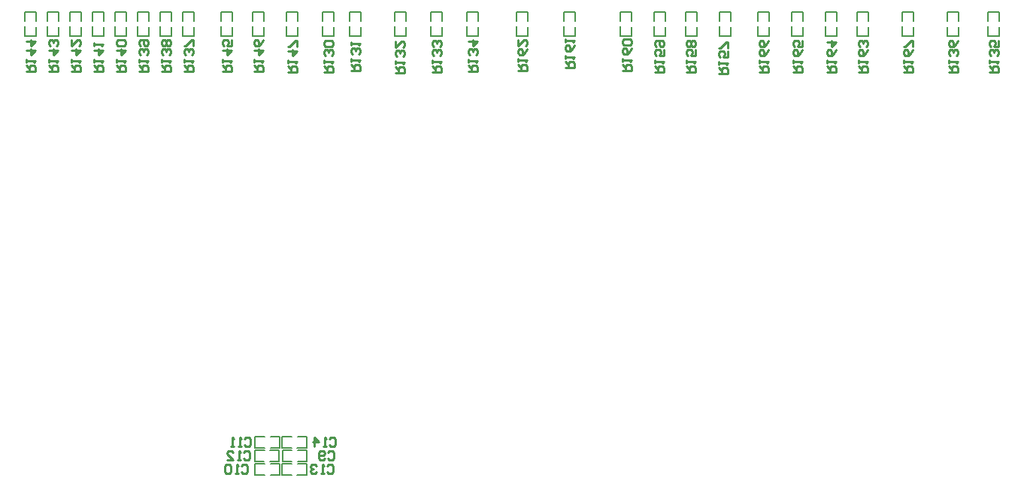
<source format=gbo>
G04*
G04 #@! TF.GenerationSoftware,Altium Limited,Altium Designer,22.3.1 (43)*
G04*
G04 Layer_Color=32896*
%FSLAX25Y25*%
%MOIN*%
G70*
G04*
G04 #@! TF.SameCoordinates,D3354991-DD5C-4E6D-8F59-54D9BE61E837*
G04*
G04*
G04 #@! TF.FilePolarity,Positive*
G04*
G01*
G75*
%ADD11C,0.01000*%
%ADD13C,0.00500*%
D11*
X464001Y316002D02*
X467999D01*
Y318002D01*
X467333Y318668D01*
X466000D01*
X465334Y318002D01*
Y316002D01*
Y317335D02*
X464001Y318668D01*
Y320001D02*
Y321334D01*
Y320667D01*
X467999D01*
X467333Y320001D01*
X467999Y325999D02*
X467333Y324666D01*
X466000Y323333D01*
X464667D01*
X464001Y324000D01*
Y325333D01*
X464667Y325999D01*
X465334D01*
X466000Y325333D01*
Y323333D01*
X467999Y327332D02*
Y329998D01*
X467333D01*
X464667Y327332D01*
X464001D01*
X400001Y316002D02*
X403999D01*
Y318002D01*
X403333Y318668D01*
X402000D01*
X401334Y318002D01*
Y316002D01*
Y317335D02*
X400001Y318668D01*
Y320001D02*
Y321334D01*
Y320667D01*
X403999D01*
X403333Y320001D01*
X403999Y325999D02*
X403333Y324666D01*
X402000Y323333D01*
X400667D01*
X400001Y324000D01*
Y325333D01*
X400667Y325999D01*
X401334D01*
X402000Y325333D01*
Y323333D01*
X403999Y329998D02*
X403333Y328665D01*
X402000Y327332D01*
X400667D01*
X400001Y327998D01*
Y329331D01*
X400667Y329998D01*
X401334D01*
X402000Y329331D01*
Y327332D01*
X415001Y316002D02*
X418999D01*
Y318002D01*
X418333Y318668D01*
X417000D01*
X416333Y318002D01*
Y316002D01*
Y317335D02*
X415001Y318668D01*
Y320001D02*
Y321334D01*
Y320667D01*
X418999D01*
X418333Y320001D01*
X418999Y325999D02*
X418333Y324666D01*
X417000Y323333D01*
X415667D01*
X415001Y324000D01*
Y325333D01*
X415667Y325999D01*
X416333D01*
X417000Y325333D01*
Y323333D01*
X418999Y329998D02*
Y327332D01*
X417000D01*
X417666Y328665D01*
Y329331D01*
X417000Y329998D01*
X415667D01*
X415001Y329331D01*
Y327998D01*
X415667Y327332D01*
X430001Y316002D02*
X433999D01*
Y318002D01*
X433333Y318668D01*
X432000D01*
X431334Y318002D01*
Y316002D01*
Y317335D02*
X430001Y318668D01*
Y320001D02*
Y321334D01*
Y320667D01*
X433999D01*
X433333Y320001D01*
X433999Y325999D02*
X433333Y324666D01*
X432000Y323333D01*
X430667D01*
X430001Y324000D01*
Y325333D01*
X430667Y325999D01*
X431334D01*
X432000Y325333D01*
Y323333D01*
X430001Y329331D02*
X433999D01*
X432000Y327332D01*
Y329998D01*
X444001Y316002D02*
X447999D01*
Y318002D01*
X447333Y318668D01*
X446000D01*
X445333Y318002D01*
Y316002D01*
Y317335D02*
X444001Y318668D01*
Y320001D02*
Y321334D01*
Y320667D01*
X447999D01*
X447333Y320001D01*
X447999Y325999D02*
X447333Y324666D01*
X446000Y323333D01*
X444667D01*
X444001Y324000D01*
Y325333D01*
X444667Y325999D01*
X445333D01*
X446000Y325333D01*
Y323333D01*
X447333Y327332D02*
X447999Y327998D01*
Y329331D01*
X447333Y329998D01*
X446666D01*
X446000Y329331D01*
Y328665D01*
Y329331D01*
X445333Y329998D01*
X444667D01*
X444001Y329331D01*
Y327998D01*
X444667Y327332D01*
X293001Y316602D02*
X296999D01*
Y318602D01*
X296333Y319268D01*
X295000D01*
X294334Y318602D01*
Y316602D01*
Y317935D02*
X293001Y319268D01*
Y320601D02*
Y321934D01*
Y321267D01*
X296999D01*
X296333Y320601D01*
X296999Y326599D02*
X296333Y325266D01*
X295000Y323933D01*
X293667D01*
X293001Y324600D01*
Y325933D01*
X293667Y326599D01*
X294334D01*
X295000Y325933D01*
Y323933D01*
X293001Y330598D02*
Y327932D01*
X295666Y330598D01*
X296333D01*
X296999Y329931D01*
Y328598D01*
X296333Y327932D01*
X314201Y317969D02*
X318199D01*
Y319968D01*
X317533Y320635D01*
X316200D01*
X315533Y319968D01*
Y317969D01*
Y319302D02*
X314201Y320635D01*
Y321967D02*
Y323300D01*
Y322634D01*
X318199D01*
X317533Y321967D01*
X318199Y327965D02*
X317533Y326633D01*
X316200Y325300D01*
X314867D01*
X314201Y325966D01*
Y327299D01*
X314867Y327965D01*
X315533D01*
X316200Y327299D01*
Y325300D01*
X314201Y329298D02*
Y330631D01*
Y329965D01*
X318199D01*
X317533Y329298D01*
X339301Y316702D02*
X343299D01*
Y318702D01*
X342633Y319368D01*
X341300D01*
X340634Y318702D01*
Y316702D01*
Y318035D02*
X339301Y319368D01*
Y320701D02*
Y322034D01*
Y321367D01*
X343299D01*
X342633Y320701D01*
X343299Y326699D02*
X342633Y325366D01*
X341300Y324033D01*
X339967D01*
X339301Y324700D01*
Y326033D01*
X339967Y326699D01*
X340634D01*
X341300Y326033D01*
Y324033D01*
X342633Y328032D02*
X343299Y328698D01*
Y330031D01*
X342633Y330698D01*
X339967D01*
X339301Y330031D01*
Y328698D01*
X339967Y328032D01*
X342633D01*
X353901Y316202D02*
X357899D01*
Y318202D01*
X357233Y318868D01*
X355900D01*
X355234Y318202D01*
Y316202D01*
Y317535D02*
X353901Y318868D01*
Y320201D02*
Y321534D01*
Y320867D01*
X357899D01*
X357233Y320201D01*
X357899Y326199D02*
Y323533D01*
X355900D01*
X356566Y324866D01*
Y325533D01*
X355900Y326199D01*
X354567D01*
X353901Y325533D01*
Y324200D01*
X354567Y323533D01*
Y327532D02*
X353901Y328198D01*
Y329531D01*
X354567Y330198D01*
X357233D01*
X357899Y329531D01*
Y328198D01*
X357233Y327532D01*
X356566D01*
X355900Y328198D01*
Y330198D01*
X367901Y316102D02*
X371899D01*
Y318102D01*
X371233Y318768D01*
X369900D01*
X369233Y318102D01*
Y316102D01*
Y317435D02*
X367901Y318768D01*
Y320101D02*
Y321434D01*
Y320767D01*
X371899D01*
X371233Y320101D01*
X371899Y326099D02*
Y323433D01*
X369900D01*
X370566Y324766D01*
Y325433D01*
X369900Y326099D01*
X368567D01*
X367901Y325433D01*
Y324100D01*
X368567Y323433D01*
X371233Y327432D02*
X371899Y328098D01*
Y329431D01*
X371233Y330098D01*
X370566D01*
X369900Y329431D01*
X369233Y330098D01*
X368567D01*
X367901Y329431D01*
Y328098D01*
X368567Y327432D01*
X369233D01*
X369900Y328098D01*
X370566Y327432D01*
X371233D01*
X369900Y328098D02*
Y329431D01*
X382201Y315502D02*
X386199D01*
Y317502D01*
X385533Y318168D01*
X384200D01*
X383534Y317502D01*
Y315502D01*
Y316835D02*
X382201Y318168D01*
Y319501D02*
Y320834D01*
Y320167D01*
X386199D01*
X385533Y319501D01*
X386199Y325499D02*
Y322833D01*
X384200D01*
X384866Y324166D01*
Y324833D01*
X384200Y325499D01*
X382867D01*
X382201Y324833D01*
Y323500D01*
X382867Y322833D01*
X386199Y326832D02*
Y329498D01*
X385533D01*
X382867Y326832D01*
X382201D01*
X191001Y316002D02*
X194999D01*
Y318002D01*
X194333Y318668D01*
X193000D01*
X192333Y318002D01*
Y316002D01*
Y317335D02*
X191001Y318668D01*
Y320001D02*
Y321334D01*
Y320667D01*
X194999D01*
X194333Y320001D01*
X191001Y325333D02*
X194999D01*
X193000Y323333D01*
Y325999D01*
X194999Y327332D02*
Y329998D01*
X194333D01*
X191667Y327332D01*
X191001D01*
X176001Y316502D02*
X179999D01*
Y318502D01*
X179333Y319168D01*
X178000D01*
X177334Y318502D01*
Y316502D01*
Y317835D02*
X176001Y319168D01*
Y320501D02*
Y321834D01*
Y321167D01*
X179999D01*
X179333Y320501D01*
X176001Y325833D02*
X179999D01*
X178000Y323833D01*
Y326499D01*
X179999Y330498D02*
X179333Y329165D01*
X178000Y327832D01*
X176667D01*
X176001Y328498D01*
Y329831D01*
X176667Y330498D01*
X177334D01*
X178000Y329831D01*
Y327832D01*
X162001Y316502D02*
X165999D01*
Y318502D01*
X165333Y319168D01*
X164000D01*
X163334Y318502D01*
Y316502D01*
Y317835D02*
X162001Y319168D01*
Y320501D02*
Y321834D01*
Y321167D01*
X165999D01*
X165333Y320501D01*
X162001Y325833D02*
X165999D01*
X164000Y323833D01*
Y326499D01*
X165999Y330498D02*
Y327832D01*
X164000D01*
X164666Y329165D01*
Y329831D01*
X164000Y330498D01*
X162667D01*
X162001Y329831D01*
Y328498D01*
X162667Y327832D01*
X75001Y316402D02*
X78999D01*
Y318402D01*
X78333Y319068D01*
X77000D01*
X76334Y318402D01*
Y316402D01*
Y317735D02*
X75001Y319068D01*
Y320401D02*
Y321734D01*
Y321067D01*
X78999D01*
X78333Y320401D01*
X75001Y325733D02*
X78999D01*
X77000Y323733D01*
Y326399D01*
X75001Y329731D02*
X78999D01*
X77000Y327732D01*
Y330398D01*
X85001Y316402D02*
X88999D01*
Y318402D01*
X88333Y319068D01*
X87000D01*
X86334Y318402D01*
Y316402D01*
Y317735D02*
X85001Y319068D01*
Y320401D02*
Y321734D01*
Y321067D01*
X88999D01*
X88333Y320401D01*
X85001Y325733D02*
X88999D01*
X87000Y323733D01*
Y326399D01*
X88333Y327732D02*
X88999Y328398D01*
Y329731D01*
X88333Y330398D01*
X87666D01*
X87000Y329731D01*
Y329065D01*
Y329731D01*
X86334Y330398D01*
X85667D01*
X85001Y329731D01*
Y328398D01*
X85667Y327732D01*
X95001Y316402D02*
X98999D01*
Y318402D01*
X98333Y319068D01*
X97000D01*
X96334Y318402D01*
Y316402D01*
Y317735D02*
X95001Y319068D01*
Y320401D02*
Y321734D01*
Y321067D01*
X98999D01*
X98333Y320401D01*
X95001Y325733D02*
X98999D01*
X97000Y323733D01*
Y326399D01*
X95001Y330398D02*
Y327732D01*
X97666Y330398D01*
X98333D01*
X98999Y329731D01*
Y328398D01*
X98333Y327732D01*
X105001Y316402D02*
X108999D01*
Y318402D01*
X108333Y319068D01*
X107000D01*
X106333Y318402D01*
Y316402D01*
Y317735D02*
X105001Y319068D01*
Y320401D02*
Y321734D01*
Y321067D01*
X108999D01*
X108333Y320401D01*
X105001Y325733D02*
X108999D01*
X107000Y323733D01*
Y326399D01*
X105001Y327732D02*
Y329065D01*
Y328398D01*
X108999D01*
X108333Y327732D01*
X115001Y316402D02*
X118999D01*
Y318402D01*
X118333Y319068D01*
X117000D01*
X116333Y318402D01*
Y316402D01*
Y317735D02*
X115001Y319068D01*
Y320401D02*
Y321734D01*
Y321067D01*
X118999D01*
X118333Y320401D01*
X115001Y325733D02*
X118999D01*
X117000Y323733D01*
Y326399D01*
X118333Y327732D02*
X118999Y328398D01*
Y329731D01*
X118333Y330398D01*
X115667D01*
X115001Y329731D01*
Y328398D01*
X115667Y327732D01*
X118333D01*
X125001Y316402D02*
X128999D01*
Y318402D01*
X128333Y319068D01*
X127000D01*
X126333Y318402D01*
Y316402D01*
Y317735D02*
X125001Y319068D01*
Y320401D02*
Y321734D01*
Y321067D01*
X128999D01*
X128333Y320401D01*
Y323733D02*
X128999Y324400D01*
Y325733D01*
X128333Y326399D01*
X127666D01*
X127000Y325733D01*
Y325066D01*
Y325733D01*
X126333Y326399D01*
X125667D01*
X125001Y325733D01*
Y324400D01*
X125667Y323733D01*
Y327732D02*
X125001Y328398D01*
Y329731D01*
X125667Y330398D01*
X128333D01*
X128999Y329731D01*
Y328398D01*
X128333Y327732D01*
X127666D01*
X127000Y328398D01*
Y330398D01*
X135001Y316402D02*
X138999D01*
Y318402D01*
X138333Y319068D01*
X137000D01*
X136334Y318402D01*
Y316402D01*
Y317735D02*
X135001Y319068D01*
Y320401D02*
Y321734D01*
Y321067D01*
X138999D01*
X138333Y320401D01*
Y323733D02*
X138999Y324400D01*
Y325733D01*
X138333Y326399D01*
X137666D01*
X137000Y325733D01*
Y325066D01*
Y325733D01*
X136334Y326399D01*
X135667D01*
X135001Y325733D01*
Y324400D01*
X135667Y323733D01*
X138333Y327732D02*
X138999Y328398D01*
Y329731D01*
X138333Y330398D01*
X137666D01*
X137000Y329731D01*
X136334Y330398D01*
X135667D01*
X135001Y329731D01*
Y328398D01*
X135667Y327732D01*
X136334D01*
X137000Y328398D01*
X137666Y327732D01*
X138333D01*
X137000Y328398D02*
Y329731D01*
X145001Y316402D02*
X148999D01*
Y318402D01*
X148333Y319068D01*
X147000D01*
X146334Y318402D01*
Y316402D01*
Y317735D02*
X145001Y319068D01*
Y320401D02*
Y321734D01*
Y321067D01*
X148999D01*
X148333Y320401D01*
Y323733D02*
X148999Y324400D01*
Y325733D01*
X148333Y326399D01*
X147667D01*
X147000Y325733D01*
Y325066D01*
Y325733D01*
X146334Y326399D01*
X145667D01*
X145001Y325733D01*
Y324400D01*
X145667Y323733D01*
X148999Y327732D02*
Y330398D01*
X148333D01*
X145667Y327732D01*
X145001D01*
X484001Y316002D02*
X487999D01*
Y318002D01*
X487333Y318668D01*
X486000D01*
X485333Y318002D01*
Y316002D01*
Y317335D02*
X484001Y318668D01*
Y320001D02*
Y321334D01*
Y320667D01*
X487999D01*
X487333Y320001D01*
Y323333D02*
X487999Y324000D01*
Y325333D01*
X487333Y325999D01*
X486666D01*
X486000Y325333D01*
Y324666D01*
Y325333D01*
X485333Y325999D01*
X484667D01*
X484001Y325333D01*
Y324000D01*
X484667Y323333D01*
X487999Y329998D02*
X487333Y328665D01*
X486000Y327332D01*
X484667D01*
X484001Y327998D01*
Y329331D01*
X484667Y329998D01*
X485333D01*
X486000Y329331D01*
Y327332D01*
X502001Y316002D02*
X505999D01*
Y318002D01*
X505333Y318668D01*
X504000D01*
X503334Y318002D01*
Y316002D01*
Y317335D02*
X502001Y318668D01*
Y320001D02*
Y321334D01*
Y320667D01*
X505999D01*
X505333Y320001D01*
Y323333D02*
X505999Y324000D01*
Y325333D01*
X505333Y325999D01*
X504666D01*
X504000Y325333D01*
Y324666D01*
Y325333D01*
X503334Y325999D01*
X502667D01*
X502001Y325333D01*
Y324000D01*
X502667Y323333D01*
X505999Y329998D02*
Y327332D01*
X504000D01*
X504666Y328665D01*
Y329331D01*
X504000Y329998D01*
X502667D01*
X502001Y329331D01*
Y327998D01*
X502667Y327332D01*
X271001Y316502D02*
X274999D01*
Y318502D01*
X274333Y319168D01*
X273000D01*
X272334Y318502D01*
Y316502D01*
Y317835D02*
X271001Y319168D01*
Y320501D02*
Y321834D01*
Y321167D01*
X274999D01*
X274333Y320501D01*
Y323833D02*
X274999Y324500D01*
Y325833D01*
X274333Y326499D01*
X273666D01*
X273000Y325833D01*
Y325166D01*
Y325833D01*
X272334Y326499D01*
X271667D01*
X271001Y325833D01*
Y324500D01*
X271667Y323833D01*
X271001Y329831D02*
X274999D01*
X273000Y327832D01*
Y330498D01*
X255001Y316102D02*
X258999D01*
Y318102D01*
X258333Y318768D01*
X257000D01*
X256334Y318102D01*
Y316102D01*
Y317435D02*
X255001Y318768D01*
Y320101D02*
Y321434D01*
Y320767D01*
X258999D01*
X258333Y320101D01*
Y323433D02*
X258999Y324100D01*
Y325433D01*
X258333Y326099D01*
X257666D01*
X257000Y325433D01*
Y324766D01*
Y325433D01*
X256334Y326099D01*
X255667D01*
X255001Y325433D01*
Y324100D01*
X255667Y323433D01*
X258333Y327432D02*
X258999Y328098D01*
Y329431D01*
X258333Y330098D01*
X257666D01*
X257000Y329431D01*
Y328765D01*
Y329431D01*
X256334Y330098D01*
X255667D01*
X255001Y329431D01*
Y328098D01*
X255667Y327432D01*
X238801Y315802D02*
X242799D01*
Y317802D01*
X242133Y318468D01*
X240800D01*
X240134Y317802D01*
Y315802D01*
Y317135D02*
X238801Y318468D01*
Y319801D02*
Y321134D01*
Y320467D01*
X242799D01*
X242133Y319801D01*
Y323133D02*
X242799Y323800D01*
Y325133D01*
X242133Y325799D01*
X241466D01*
X240800Y325133D01*
Y324466D01*
Y325133D01*
X240134Y325799D01*
X239467D01*
X238801Y325133D01*
Y323800D01*
X239467Y323133D01*
X238801Y329798D02*
Y327132D01*
X241466Y329798D01*
X242133D01*
X242799Y329131D01*
Y327798D01*
X242133Y327132D01*
X219001Y316669D02*
X222999D01*
Y318668D01*
X222333Y319335D01*
X221000D01*
X220334Y318668D01*
Y316669D01*
Y318002D02*
X219001Y319335D01*
Y320667D02*
Y322000D01*
Y321334D01*
X222999D01*
X222333Y320667D01*
Y324000D02*
X222999Y324666D01*
Y325999D01*
X222333Y326665D01*
X221666D01*
X221000Y325999D01*
Y325333D01*
Y325999D01*
X220334Y326665D01*
X219667D01*
X219001Y325999D01*
Y324666D01*
X219667Y324000D01*
X219001Y327998D02*
Y329331D01*
Y328665D01*
X222999D01*
X222333Y327998D01*
X207001Y316002D02*
X210999D01*
Y318002D01*
X210333Y318668D01*
X209000D01*
X208333Y318002D01*
Y316002D01*
Y317335D02*
X207001Y318668D01*
Y320001D02*
Y321334D01*
Y320667D01*
X210999D01*
X210333Y320001D01*
Y323333D02*
X210999Y324000D01*
Y325333D01*
X210333Y325999D01*
X209666D01*
X209000Y325333D01*
Y324666D01*
Y325333D01*
X208333Y325999D01*
X207667D01*
X207001Y325333D01*
Y324000D01*
X207667Y323333D01*
X210333Y327332D02*
X210999Y327998D01*
Y329331D01*
X210333Y329998D01*
X207667D01*
X207001Y329331D01*
Y327998D01*
X207667Y327332D01*
X210333D01*
X209333Y153333D02*
X209999Y153999D01*
X211332D01*
X211998Y153333D01*
Y150667D01*
X211332Y150001D01*
X209999D01*
X209333Y150667D01*
X208000Y150001D02*
X206667D01*
X207333D01*
Y153999D01*
X208000Y153333D01*
X202668Y150001D02*
Y153999D01*
X204667Y152000D01*
X202002D01*
X208333Y141333D02*
X208999Y141999D01*
X210332D01*
X210998Y141333D01*
Y138667D01*
X210332Y138001D01*
X208999D01*
X208333Y138667D01*
X207000Y138001D02*
X205667D01*
X206333D01*
Y141999D01*
X207000Y141333D01*
X203667D02*
X203001Y141999D01*
X201668D01*
X201002Y141333D01*
Y140666D01*
X201668Y140000D01*
X202334D01*
X201668D01*
X201002Y139333D01*
Y138667D01*
X201668Y138001D01*
X203001D01*
X203667Y138667D01*
X171333Y147333D02*
X171999Y147999D01*
X173332D01*
X173998Y147333D01*
Y144667D01*
X173332Y144001D01*
X171999D01*
X171333Y144667D01*
X170000Y144001D02*
X168667D01*
X169333D01*
Y147999D01*
X170000Y147333D01*
X164002Y144001D02*
X166667D01*
X164002Y146667D01*
Y147333D01*
X164668Y147999D01*
X166001D01*
X166667Y147333D01*
X171666Y153333D02*
X172333Y153999D01*
X173665D01*
X174332Y153333D01*
Y150667D01*
X173665Y150001D01*
X172333D01*
X171666Y150667D01*
X170333Y150001D02*
X169000D01*
X169667D01*
Y153999D01*
X170333Y153333D01*
X167001Y150001D02*
X165668D01*
X166334D01*
Y153999D01*
X167001Y153333D01*
X170333Y141333D02*
X170999Y141999D01*
X172332D01*
X172998Y141333D01*
Y138667D01*
X172332Y138001D01*
X170999D01*
X170333Y138667D01*
X169000Y138001D02*
X167667D01*
X168333D01*
Y141999D01*
X169000Y141333D01*
X165667D02*
X165001Y141999D01*
X163668D01*
X163002Y141333D01*
Y138667D01*
X163668Y138001D01*
X165001D01*
X165667Y138667D01*
Y141333D01*
X208666Y147333D02*
X209333Y147999D01*
X210666D01*
X211332Y147333D01*
Y144667D01*
X210666Y144001D01*
X209333D01*
X208666Y144667D01*
X207333D02*
X206667Y144001D01*
X205334D01*
X204668Y144667D01*
Y147333D01*
X205334Y147999D01*
X206667D01*
X207333Y147333D01*
Y146667D01*
X206667Y146000D01*
X204668D01*
D13*
X483500Y338800D02*
Y342900D01*
X488500D01*
Y338700D02*
Y342900D01*
Y332100D02*
Y336200D01*
X483500Y332100D02*
X488500D01*
X483500D02*
Y336200D01*
X506500Y332100D02*
Y336200D01*
X501500Y332100D02*
X506500D01*
X501500D02*
Y336300D01*
Y338800D02*
Y342900D01*
X506500D01*
Y338800D02*
Y342900D01*
X468500Y332100D02*
Y336200D01*
X463500Y332100D02*
X468500D01*
X463500D02*
Y336300D01*
Y338800D02*
Y342900D01*
X468500D01*
Y338800D02*
Y342900D01*
X448500Y332100D02*
Y336200D01*
X443500Y332100D02*
X448500D01*
X443500D02*
Y336300D01*
Y338800D02*
Y342900D01*
X448500D01*
Y338800D02*
Y342900D01*
X419500Y332100D02*
Y336200D01*
X414500Y332100D02*
X419500D01*
X414500D02*
Y336300D01*
Y338800D02*
Y342900D01*
X419500D01*
Y338800D02*
Y342900D01*
X404500Y332100D02*
Y336200D01*
X399500Y332100D02*
X404500D01*
X399500D02*
Y336300D01*
Y338800D02*
Y342900D01*
X404500D01*
Y338800D02*
Y342900D01*
X434500Y332100D02*
Y336200D01*
X429500Y332100D02*
X434500D01*
X429500D02*
Y336300D01*
Y338800D02*
Y342900D01*
X434500D01*
Y338800D02*
Y342900D01*
X387500Y332100D02*
Y336200D01*
X382500Y332100D02*
X387500D01*
X382500D02*
Y336300D01*
Y338800D02*
Y342900D01*
X387500D01*
Y338800D02*
Y342900D01*
X372500Y332100D02*
Y336200D01*
X367500Y332100D02*
X372500D01*
X367500D02*
Y336300D01*
Y338800D02*
Y342900D01*
X372500D01*
Y338800D02*
Y342900D01*
X358500Y332100D02*
Y336200D01*
X353500Y332100D02*
X358500D01*
X353500D02*
Y336300D01*
Y338800D02*
Y342900D01*
X358500D01*
Y338800D02*
Y342900D01*
X343500Y332100D02*
Y336200D01*
X338500Y332100D02*
X343500D01*
X338500D02*
Y336300D01*
Y338800D02*
Y342900D01*
X343500D01*
Y338800D02*
Y342900D01*
X318500Y332100D02*
Y336200D01*
X313500Y332100D02*
X318500D01*
X313500D02*
Y336300D01*
Y338800D02*
Y342900D01*
X318500D01*
Y338800D02*
Y342900D01*
X297500Y332100D02*
Y336200D01*
X292500Y332100D02*
X297500D01*
X292500D02*
Y336300D01*
Y338800D02*
Y342900D01*
X297500D01*
Y338800D02*
Y342900D01*
X259500Y338800D02*
Y342900D01*
X254500D02*
X259500D01*
X254500Y338800D02*
Y342900D01*
Y332100D02*
Y336300D01*
Y332100D02*
X259500D01*
Y336200D01*
X275500Y338800D02*
Y342900D01*
X270500D02*
X275500D01*
X270500Y338800D02*
Y342900D01*
Y332100D02*
Y336300D01*
Y332100D02*
X275500D01*
Y336200D01*
X243500Y338800D02*
Y342900D01*
X238500D02*
X243500D01*
X238500Y338800D02*
Y342900D01*
Y332100D02*
Y336300D01*
Y332100D02*
X243500D01*
Y336200D01*
X211500Y338800D02*
Y342900D01*
X206500D02*
X211500D01*
X206500Y338800D02*
Y342900D01*
Y332100D02*
Y336300D01*
Y332100D02*
X211500D01*
Y336200D01*
X223500Y338800D02*
Y342900D01*
X218500D02*
X223500D01*
X218500Y338800D02*
Y342900D01*
Y332100D02*
Y336300D01*
Y332100D02*
X223500D01*
Y336200D01*
X195500Y338800D02*
Y342900D01*
X190500D02*
X195500D01*
X190500Y338800D02*
Y342900D01*
Y332100D02*
Y336300D01*
Y332100D02*
X195500D01*
Y336200D01*
X180500Y338800D02*
Y342900D01*
X175500D02*
X180500D01*
X175500Y338800D02*
Y342900D01*
Y332100D02*
Y336300D01*
Y332100D02*
X180500D01*
Y336200D01*
X166500Y338800D02*
Y342900D01*
X161500D02*
X166500D01*
X161500Y338800D02*
Y342900D01*
Y332100D02*
Y336300D01*
Y332100D02*
X166500D01*
Y336200D01*
X188750Y148500D02*
X192850D01*
X188750Y143500D02*
Y148500D01*
Y143500D02*
X192850D01*
X195350D02*
X199550D01*
Y148500D01*
X195450D02*
X199550D01*
X188600Y154500D02*
X192700D01*
X188600Y149500D02*
Y154500D01*
Y149500D02*
X192700D01*
X195200D02*
X199400D01*
Y154500D01*
X195300D02*
X199400D01*
X183150Y143500D02*
X187250D01*
Y148500D01*
X183150D02*
X187250D01*
X176450D02*
X180650D01*
X176450Y143500D02*
Y148500D01*
Y143500D02*
X180550D01*
X183300Y149500D02*
X187400D01*
Y154500D01*
X183300D02*
X187400D01*
X176600D02*
X180800D01*
X176600Y149500D02*
Y154500D01*
Y149500D02*
X180700D01*
X188600Y142500D02*
X192700D01*
X188600Y137500D02*
Y142500D01*
Y137500D02*
X192700D01*
X195200D02*
X199400D01*
Y142500D01*
X195300D02*
X199400D01*
X183300Y137500D02*
X187400D01*
Y142500D01*
X183300D02*
X187400D01*
X176600D02*
X180800D01*
X176600Y137500D02*
Y142500D01*
Y137500D02*
X180700D01*
X149500Y338800D02*
Y342900D01*
X144500D02*
X149500D01*
X144500Y338800D02*
Y342900D01*
Y332100D02*
Y336300D01*
Y332100D02*
X149500D01*
Y336200D01*
X139500Y338800D02*
Y342900D01*
X134500D02*
X139500D01*
X134500Y338800D02*
Y342900D01*
Y332100D02*
Y336300D01*
Y332100D02*
X139500D01*
Y336200D01*
X129500Y338800D02*
Y342900D01*
X124500D02*
X129500D01*
X124500Y338800D02*
Y342900D01*
Y332100D02*
Y336300D01*
Y332100D02*
X129500D01*
Y336200D01*
X119500Y338800D02*
Y342900D01*
X114500D02*
X119500D01*
X114500Y338800D02*
Y342900D01*
Y332100D02*
Y336300D01*
Y332100D02*
X119500D01*
Y336200D01*
X109500Y338800D02*
Y342900D01*
X104500D02*
X109500D01*
X104500Y338800D02*
Y342900D01*
Y332100D02*
Y336300D01*
Y332100D02*
X109500D01*
Y336200D01*
X99500Y338800D02*
Y342900D01*
X94500D02*
X99500D01*
X94500Y338800D02*
Y342900D01*
Y332100D02*
Y336300D01*
Y332100D02*
X99500D01*
Y336200D01*
X89500Y338800D02*
Y342900D01*
X84500D02*
X89500D01*
X84500Y338800D02*
Y342900D01*
Y332100D02*
Y336300D01*
Y332100D02*
X89500D01*
Y336200D01*
X79500Y338800D02*
Y342900D01*
X74500D02*
X79500D01*
X74500Y338800D02*
Y342900D01*
Y332100D02*
Y336300D01*
Y332100D02*
X79500D01*
Y336200D01*
M02*

</source>
